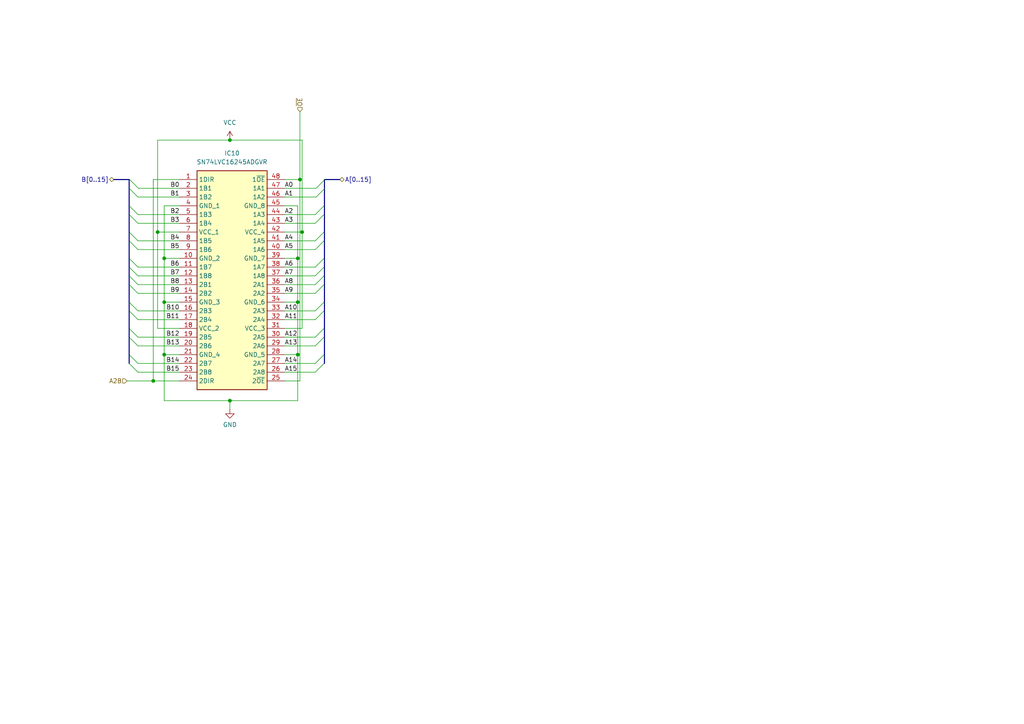
<source format=kicad_sch>
(kicad_sch (version 20231120) (generator "eeschema") (generator_version "8.0")
  (paper "A4")
  (lib_symbols
    (symbol "SN74LVC16245ADGVR:SN74LVC16245ADGVR"
      (property "Reference" "IC" (at 26.67 7.62 0))
      (property "Value" "SN74LVC16245ADGVR" (at 26.67 5.08 0))
      (symbol "SN74LVC16245ADGVR_1_1"
        (rectangle (start 5.08 2.54) (end 25.4 -60.96) (stroke (width 0.254)) (fill (type background)))
        (pin passive line (at 0 0 0) (length 5.08) (name "1DIR") (number "1"))
        (pin passive line (at 0 -22.86 0) (length 5.08) (name "GND_2") (number "10"))
        (pin passive line (at 0 -25.4 0) (length 5.08) (name "1B7") (number "11"))
        (pin passive line (at 0 -27.94 0) (length 5.08) (name "1B8") (number "12"))
        (pin passive line (at 0 -30.48 0) (length 5.08) (name "2B1") (number "13"))
        (pin passive line (at 0 -33.02 0) (length 5.08) (name "2B2") (number "14"))
        (pin passive line (at 0 -35.56 0) (length 5.08) (name "GND_3") (number "15"))
        (pin passive line (at 0 -38.1 0) (length 5.08) (name "2B3") (number "16"))
        (pin passive line (at 0 -40.64 0) (length 5.08) (name "2B4") (number "17"))
        (pin passive line (at 0 -43.18 0) (length 5.08) (name "VCC_2") (number "18"))
        (pin passive line (at 0 -45.72 0) (length 5.08) (name "2B5") (number "19"))
        (pin passive line (at 0 -2.54 0) (length 5.08) (name "1B1") (number "2"))
        (pin passive line (at 0 -48.26 0) (length 5.08) (name "2B6") (number "20"))
        (pin passive line (at 0 -50.8 0) (length 5.08) (name "GND_4") (number "21"))
        (pin passive line (at 0 -53.34 0) (length 5.08) (name "2B7") (number "22"))
        (pin passive line (at 0 -55.88 0) (length 5.08) (name "2B8") (number "23"))
        (pin passive line (at 0 -58.42 0) (length 5.08) (name "2DIR") (number "24"))
        (pin passive line (at 30.48 -58.42 180) (length 5.08) (name "2~{OE}") (number "25"))
        (pin passive line (at 30.48 -55.88 180) (length 5.08) (name "2A8") (number "26"))
        (pin passive line (at 30.48 -53.34 180) (length 5.08) (name "2A7") (number "27"))
        (pin passive line (at 30.48 -50.8 180) (length 5.08) (name "GND_5") (number "28"))
        (pin passive line (at 30.48 -48.26 180) (length 5.08) (name "2A6") (number "29"))
        (pin passive line (at 0 -5.08 0) (length 5.08) (name "1B2") (number "3"))
        (pin passive line (at 30.48 -45.72 180) (length 5.08) (name "2A5") (number "30"))
        (pin passive line (at 30.48 -43.18 180) (length 5.08) (name "VCC_3") (number "31"))
        (pin passive line (at 30.48 -40.64 180) (length 5.08) (name "2A4") (number "32"))
        (pin passive line (at 30.48 -38.1 180) (length 5.08) (name "2A3") (number "33"))
        (pin passive line (at 30.48 -35.56 180) (length 5.08) (name "GND_6") (number "34"))
        (pin passive line (at 30.48 -33.02 180) (length 5.08) (name "2A2") (number "35"))
        (pin passive line (at 30.48 -30.48 180) (length 5.08) (name "2A1") (number "36"))
        (pin passive line (at 30.48 -27.94 180) (length 5.08) (name "1A8") (number "37"))
        (pin passive line (at 30.48 -25.4 180) (length 5.08) (name "1A7") (number "38"))
        (pin passive line (at 30.48 -22.86 180) (length 5.08) (name "GND_7") (number "39"))
        (pin passive line (at 0 -7.62 0) (length 5.08) (name "GND_1") (number "4"))
        (pin passive line (at 30.48 -20.32 180) (length 5.08) (name "1A6") (number "40"))
        (pin passive line (at 30.48 -17.78 180) (length 5.08) (name "1A5") (number "41"))
        (pin passive line (at 30.48 -15.24 180) (length 5.08) (name "VCC_4") (number "42"))
        (pin passive line (at 30.48 -12.7 180) (length 5.08) (name "1A4") (number "43"))
        (pin passive line (at 30.48 -10.16 180) (length 5.08) (name "1A3") (number "44"))
        (pin passive line (at 30.48 -7.62 180) (length 5.08) (name "GND_8") (number "45"))
        (pin passive line (at 30.48 -5.08 180) (length 5.08) (name "1A2") (number "46"))
        (pin passive line (at 30.48 -2.54 180) (length 5.08) (name "1A1") (number "47"))
        (pin passive line (at 30.48 0 180) (length 5.08) (name "1~{OE}") (number "48"))
        (pin passive line (at 0 -10.16 0) (length 5.08) (name "1B3") (number "5"))
        (pin passive line (at 0 -12.7 0) (length 5.08) (name "1B4") (number "6"))
        (pin passive line (at 0 -15.24 0) (length 5.08) (name "VCC_1") (number "7"))
        (pin passive line (at 0 -17.78 0) (length 5.08) (name "1B5") (number "8"))
        (pin passive line (at 0 -20.32 0) (length 5.08) (name "1B6") (number "9"))
      )
    )
    (symbol "power:GND" (power) (pin_numbers hide) (pin_names (offset 0) hide)
      (property "Value" "GND" (at 0 -3.81 0))
      (symbol "GND_0_1"
        (polyline (pts (xy 0 0) (xy 0 -1.27) (xy 1.27 -1.27) (xy 0 -2.54) (xy -1.27 -1.27) (xy 0 -1.27)))
      )
      (symbol "GND_1_1"
        (pin power_in line (at 0 0 270) (length 0) (name "~") (number "1"))
      )
    )
    (symbol "power:VCC" (power) (pin_numbers hide) (pin_names (offset 0) hide)
      (property "Value" "VCC" (at 0 3.556 0))
      (symbol "VCC_0_1"
        (polyline (pts (xy -0.762 1.27) (xy 0 2.54)))
        (polyline (pts (xy 0 0) (xy 0 2.54)))
        (polyline (pts (xy 0 2.54) (xy 0.762 1.27)))
      )
      (symbol "VCC_1_1"
        (pin power_in line (at 0 0 90) (length 0) (name "~") (number "1"))
      )
    )
  )
  (junction (at 86.36 74.93))
  (junction (at 66.675 116.205))
  (junction (at 86.36 87.63))
  (junction (at 87.63 67.31))
  (junction (at 47.625 102.87))
  (junction (at 45.72 67.31))
  (junction (at 47.625 87.63))
  (junction (at 47.625 74.93))
  (junction (at 44.45 110.49))
  (junction (at 86.36 102.87))
  (junction (at 66.675 40.64))
  (junction (at 86.995 52.07))
  (bus_entry (at 93.98 95.25) (size -2.54 2.54))
  (bus_entry (at 37.465 90.17) (size 2.54 2.54))
  (bus_entry (at 37.465 54.61) (size 2.54 2.54))
  (bus_entry (at 37.465 80.01) (size 2.54 2.54))
  (bus_entry (at 93.98 69.85) (size -2.54 2.54))
  (bus_entry (at 93.98 90.17) (size -2.54 2.54))
  (bus_entry (at 37.465 74.93) (size 2.54 2.54))
  (bus_entry (at 93.98 77.47) (size -2.54 2.54))
  (bus_entry (at 93.98 74.93) (size -2.54 2.54))
  (bus_entry (at 94.234 54.61) (size -2.54 2.54))
  (bus_entry (at 93.98 80.01) (size -2.54 2.54))
  (bus_entry (at 93.98 82.55) (size -2.54 2.54))
  (bus_entry (at 37.465 59.69) (size 2.54 2.54))
  (bus_entry (at 94.234 52.07) (size -2.54 2.54))
  (bus_entry (at 37.465 67.31) (size 2.54 2.54))
  (bus_entry (at 93.98 62.23) (size -2.54 2.54))
  (bus_entry (at 93.98 102.87) (size -2.54 2.54))
  (bus_entry (at 93.98 105.41) (size -2.54 2.54))
  (bus_entry (at 37.465 105.41) (size 2.54 2.54))
  (bus_entry (at 37.465 82.55) (size 2.54 2.54))
  (bus_entry (at 93.98 97.79) (size -2.54 2.54))
  (bus_entry (at 37.465 62.23) (size 2.54 2.54))
  (bus_entry (at 93.98 87.63) (size -2.54 2.54))
  (bus_entry (at 93.98 67.31) (size -2.54 2.54))
  (bus_entry (at 93.98 59.69) (size -2.54 2.54))
  (bus_entry (at 37.465 77.47) (size 2.54 2.54))
  (bus_entry (at 37.465 69.85) (size 2.54 2.54))
  (bus_entry (at 37.592 52.07) (size 2.54 2.54))
  (bus_entry (at 37.465 95.25) (size 2.54 2.54))
  (bus_entry (at 37.465 102.87) (size 2.54 2.54))
  (bus_entry (at 37.465 97.79) (size 2.54 2.54))
  (bus_entry (at 37.465 87.63) (size 2.54 2.54))
  (wire (pts (xy 86.995 52.07) (xy 82.55 52.07)))
  (bus (pts (xy 37.465 69.85) (xy 37.465 74.93)))
  (wire (pts (xy 36.83 110.49) (xy 44.45 110.49)))
  (wire (pts (xy 86.36 87.63) (xy 82.55 87.63)))
  (wire (pts (xy 82.55 57.15) (xy 91.694 57.15)))
  (wire (pts (xy 82.55 100.33) (xy 91.44 100.33)))
  (wire (pts (xy 82.55 90.17) (xy 91.44 90.17)))
  (wire (pts (xy 44.45 52.07) (xy 44.45 110.49)))
  (bus (pts (xy 37.465 95.25) (xy 37.465 97.79)))
  (bus (pts (xy 37.465 74.93) (xy 37.465 77.47)))
  (wire (pts (xy 82.55 69.85) (xy 91.44 69.85)))
  (wire (pts (xy 52.07 80.01) (xy 40.005 80.01)))
  (wire (pts (xy 82.55 74.93) (xy 86.36 74.93)))
  (wire (pts (xy 52.07 97.79) (xy 40.005 97.79)))
  (wire (pts (xy 44.45 110.49) (xy 52.07 110.49)))
  (bus (pts (xy 37.465 87.63) (xy 37.465 90.17)))
  (wire (pts (xy 47.625 59.69) (xy 47.625 74.93)))
  (wire (pts (xy 87.63 95.25) (xy 82.55 95.25)))
  (bus (pts (xy 94.234 52.07) (xy 94.107 52.07)))
  (wire (pts (xy 82.55 82.55) (xy 91.44 82.55)))
  (wire (pts (xy 82.55 72.39) (xy 91.44 72.39)))
  (wire (pts (xy 82.55 59.69) (xy 86.36 59.69)))
  (wire (pts (xy 52.07 92.71) (xy 40.005 92.71)))
  (wire (pts (xy 87.63 67.31) (xy 82.55 67.31)))
  (wire (pts (xy 52.07 64.77) (xy 40.005 64.77)))
  (wire (pts (xy 52.07 57.15) (xy 40.005 57.15)))
  (wire (pts (xy 52.07 72.39) (xy 40.005 72.39)))
  (wire (pts (xy 52.07 100.33) (xy 40.005 100.33)))
  (bus (pts (xy 37.465 62.23) (xy 37.465 67.31)))
  (wire (pts (xy 47.625 87.63) (xy 47.625 102.87)))
  (bus (pts (xy 37.465 59.69) (xy 37.465 62.23)))
  (wire (pts (xy 52.07 90.17) (xy 40.005 90.17)))
  (wire (pts (xy 47.625 74.93) (xy 47.625 87.63)))
  (wire (pts (xy 52.07 52.07) (xy 44.45 52.07)))
  (bus (pts (xy 37.465 67.31) (xy 37.465 69.85)))
  (wire (pts (xy 82.55 77.47) (xy 91.44 77.47)))
  (wire (pts (xy 87.63 40.64) (xy 87.63 67.31)))
  (bus (pts (xy 37.465 54.61) (xy 37.465 59.69)))
  (wire (pts (xy 82.55 107.95) (xy 91.44 107.95)))
  (wire (pts (xy 82.55 62.23) (xy 91.44 62.23)))
  (wire (pts (xy 66.675 40.64) (xy 45.72 40.64)))
  (bus (pts (xy 94.107 52.07) (xy 94.107 105.41)))
  (bus (pts (xy 37.465 82.55) (xy 37.465 87.63)))
  (wire (pts (xy 87.63 67.31) (xy 87.63 95.25)))
  (wire (pts (xy 82.55 54.61) (xy 91.694 54.61)))
  (wire (pts (xy 86.36 102.87) (xy 82.55 102.87)))
  (wire (pts (xy 45.72 67.31) (xy 45.72 95.25)))
  (wire (pts (xy 86.995 32.385) (xy 86.995 52.07)))
  (wire (pts (xy 66.675 116.205) (xy 86.36 116.205)))
  (wire (pts (xy 52.07 62.23) (xy 40.005 62.23)))
  (wire (pts (xy 82.55 85.09) (xy 91.44 85.09)))
  (wire (pts (xy 86.36 116.205) (xy 86.36 102.87)))
  (bus (pts (xy 37.465 97.79) (xy 37.465 102.87)))
  (wire (pts (xy 52.07 85.09) (xy 40.005 85.09)))
  (wire (pts (xy 52.07 59.69) (xy 47.625 59.69)))
  (bus (pts (xy 37.465 77.47) (xy 37.465 80.01)))
  (wire (pts (xy 45.72 40.64) (xy 45.72 67.31)))
  (bus (pts (xy 98.552 52.07) (xy 94.234 52.07)))
  (wire (pts (xy 52.07 54.61) (xy 40.132 54.61)))
  (wire (pts (xy 86.36 59.69) (xy 86.36 74.93)))
  (wire (pts (xy 86.36 74.93) (xy 86.36 87.63)))
  (wire (pts (xy 47.625 74.93) (xy 52.07 74.93)))
  (bus (pts (xy 33.02 52.07) (xy 37.465 52.07)))
  (wire (pts (xy 66.675 40.64) (xy 87.63 40.64)))
  (wire (pts (xy 86.995 52.07) (xy 86.995 110.49)))
  (wire (pts (xy 45.72 67.31) (xy 52.07 67.31)))
  (wire (pts (xy 47.625 102.87) (xy 47.625 116.205)))
  (wire (pts (xy 52.07 105.41) (xy 40.005 105.41)))
  (wire (pts (xy 82.55 92.71) (xy 91.44 92.71)))
  (bus (pts (xy 37.465 80.01) (xy 37.465 82.55)))
  (wire (pts (xy 82.55 97.79) (xy 91.44 97.79)))
  (wire (pts (xy 52.07 69.85) (xy 40.005 69.85)))
  (wire (pts (xy 52.07 107.95) (xy 40.005 107.95)))
  (wire (pts (xy 47.625 87.63) (xy 52.07 87.63)))
  (wire (pts (xy 47.625 102.87) (xy 52.07 102.87)))
  (wire (pts (xy 45.72 95.25) (xy 52.07 95.25)))
  (bus (pts (xy 37.465 52.07) (xy 37.465 54.61)))
  (wire (pts (xy 82.55 105.41) (xy 91.44 105.41)))
  (wire (pts (xy 52.07 77.47) (xy 40.005 77.47)))
  (wire (pts (xy 82.55 64.77) (xy 91.44 64.77)))
  (bus (pts (xy 37.465 102.87) (xy 37.465 105.41)))
  (wire (pts (xy 86.36 102.87) (xy 86.36 87.63)))
  (wire (pts (xy 52.07 82.55) (xy 40.005 82.55)))
  (wire (pts (xy 66.675 118.745) (xy 66.675 116.205)))
  (wire (pts (xy 86.995 110.49) (xy 82.55 110.49)))
  (wire (pts (xy 82.55 80.01) (xy 91.44 80.01)))
  (wire (pts (xy 47.625 116.205) (xy 66.675 116.205)))
  (bus (pts (xy 37.465 90.17) (xy 37.465 95.25)))
  (label "A15" (at 82.55 107.95 0))
  (label "A10" (at 82.55 90.17 0))
  (label "B0" (at 52.07 54.61 180))
  (label "A14" (at 82.55 105.41 0))
  (label "B6" (at 52.07 77.47 180))
  (label "B7" (at 52.07 80.01 180))
  (label "A6" (at 82.55 77.47 0))
  (label "A4" (at 82.55 69.85 0))
  (label "B10" (at 52.07 90.17 180))
  (label "B13" (at 52.07 100.33 180))
  (label "A5" (at 82.55 72.39 0))
  (label "A7" (at 82.55 80.01 0))
  (label "B12" (at 52.07 97.79 180))
  (label "B5" (at 52.07 72.39 180))
  (label "A13" (at 82.55 100.33 0))
  (label "B11" (at 52.07 92.71 180))
  (label "A1" (at 82.55 57.15 0))
  (label "A2" (at 82.55 62.23 0))
  (label "B4" (at 52.07 69.85 180))
  (label "B15" (at 52.07 107.95 180))
  (label "A8" (at 82.55 82.55 0))
  (label "B14" (at 52.07 105.41 180))
  (label "A3" (at 82.55 64.77 0))
  (label "B2" (at 52.07 62.23 180))
  (label "A9" (at 82.55 85.09 0))
  (label "B9" (at 52.07 85.09 180))
  (label "A11" (at 82.55 92.71 0))
  (label "A0" (at 82.55 54.61 0))
  (label "B1" (at 52.07 57.15 180))
  (label "B3" (at 52.07 64.77 180))
  (label "B8" (at 52.07 82.55 180))
  (label "A12" (at 82.55 97.79 0))
  (hierarchical_label "~{OE}" (shape input) (at 86.995 32.385 90))
  (hierarchical_label "A2B" (shape input) (at 36.83 110.49 180))
  (hierarchical_label "A[0..15]" (shape bidirectional) (at 98.552 52.07 0))
  (hierarchical_label "B[0..15]" (shape bidirectional) (at 33.02 52.07 180))
  (symbol (lib_id "power:VCC") (at 66.675 40.64 0) (unit 1)
    (property "Reference" "#PWR025" (effects (hide yes)))
    (property "Value" "VCC" (at 66.675 35.56 0))
    (property "Description" "Power symbol creates a global label with name \"VCC\"" (effects (hide yes)))
    (instances (project "AOS16 Double Buffer" (path "" (reference "#PWR025") (unit 1)) (path "" (reference "#PWR027") (unit 1)) (path "" (reference "#PWR015") (unit 1)) (path "" (reference "#PWR023") (unit 1)) (path "" (reference "#PWR017") (unit 1)) (path "" (reference "#PWR09") (unit 1)) (path "" (reference "#PWR021") (unit 1)) (path "" (reference "#PWR013") (unit 1))))
  )
  (symbol (lib_id "SN74LVC16245ADGVR:SN74LVC16245ADGVR") (at 52.07 52.07 0) (unit 1)
    (property "Reference" "IC10" (at 67.31 44.45 0))
    (property "Value" "SN74LVC16245ADGVR" (at 67.31 46.99 0))
    (property "Footprint" "sn74lvc:SOP40P640X120-48N" (effects (hide yes)))
    (property "Datasheet" "http://www.ti.com/lit/gpn/sn74lvc16245a" (effects (hide yes)))
    (property "Description" "16-Bit Bus Transceiver With 3-State Outputs" (effects (hide yes)))
    (property "Height" "1.2" (effects (hide yes)))
    (property "Mouser Part Number" "595-SNLVC16245ADGVR" (effects (hide yes)))
    (property "Mouser Price/Stock" "https://www.mouser.co.uk/ProductDetail/Texas-Instruments/SN74LVC16245ADGVR?qs=Tv815z3GeNSJvvXoY%2FT5Yg%3D%3D" (effects (hide yes)))
    (property "Manufacturer_Name" "Texas Instruments" (effects (hide yes)))
    (property "Manufacturer_Part_Number" "SN74LVC16245ADGVR" (effects (hide yes)))
    (instances (project "AOS16 Double Buffer" (path "" (reference "IC10") (unit 1)) (path "" (reference "IC11") (unit 1)) (path "" (reference "IC5") (unit 1)) (path "" (reference "IC9") (unit 1)) (path "" (reference "IC6") (unit 1)) (path "" (reference "IC2") (unit 1)) (path "" (reference "IC8") (unit 1)) (path "" (reference "IC4") (unit 1))))
  )
  (symbol (lib_id "power:GND") (at 66.675 118.745 0) (unit 1)
    (property "Reference" "#PWR026" (effects (hide yes)))
    (property "Value" "GND" (at 66.675 123.19 0))
    (property "Description" "Power symbol creates a global label with name \"GND\" , ground" (effects (hide yes)))
    (instances (project "AOS16 Double Buffer" (path "" (reference "#PWR026") (unit 1)) (path "" (reference "#PWR028") (unit 1)) (path "" (reference "#PWR016") (unit 1)) (path "" (reference "#PWR024") (unit 1)) (path "" (reference "#PWR018") (unit 1)) (path "" (reference "#PWR010") (unit 1)) (path "" (reference "#PWR022") (unit 1)) (path "" (reference "#PWR014") (unit 1))))
  )
)
</source>
